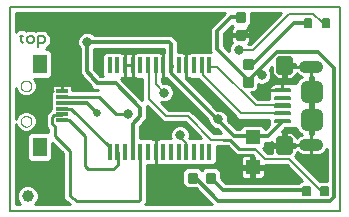
<source format=gtl>
G75*
%MOIN*%
%OFA0B0*%
%FSLAX25Y25*%
%IPPOS*%
%LPD*%
%AMOC8*
5,1,8,0,0,1.08239X$1,22.5*
%
%ADD10C,0.00800*%
%ADD11C,0.00600*%
%ADD12C,0.00875*%
%ADD13R,0.05000X0.05000*%
%ADD14R,0.01370X0.05500*%
%ADD15C,0.03937*%
%ADD16C,0.04000*%
%ADD17C,0.00787*%
%ADD18C,0.02756*%
%ADD19C,0.03740*%
%ADD20R,0.03937X0.01181*%
%ADD21R,0.05118X0.06496*%
%ADD22C,0.00750*%
%ADD23C,0.00000*%
%ADD24C,0.01000*%
%ADD25C,0.02400*%
%ADD26C,0.02578*%
%ADD27C,0.01200*%
%ADD28C,0.03200*%
D10*
X0101036Y0048333D02*
X0101036Y0116333D01*
X0211036Y0116333D01*
X0211036Y0048333D01*
X0101036Y0048333D01*
X0162036Y0059333D02*
X0162236Y0059133D01*
X0163036Y0059133D01*
X0159993Y0067940D02*
X0159836Y0068333D01*
X0159836Y0070733D01*
X0157836Y0072733D01*
X0157836Y0073533D01*
X0160406Y0079829D02*
X0168280Y0071955D01*
X0172217Y0071955D01*
X0181836Y0073133D02*
X0182036Y0072833D01*
X0182236Y0073133D01*
X0182736Y0069033D02*
X0186236Y0065533D01*
X0194236Y0065533D01*
X0204636Y0055133D01*
X0205836Y0055133D01*
X0206036Y0054833D01*
X0200036Y0054833D02*
X0199836Y0055133D01*
X0191836Y0077933D02*
X0192020Y0078215D01*
X0191986Y0080740D02*
X0192020Y0080774D01*
X0191986Y0080740D02*
X0178230Y0080740D01*
X0165436Y0093533D01*
X0165436Y0096333D01*
X0165111Y0096727D01*
X0167670Y0096727D02*
X0167836Y0096333D01*
X0170236Y0096333D01*
X0183036Y0083533D01*
X0191836Y0083533D01*
X0192020Y0083333D01*
X0170636Y0078733D02*
X0170436Y0078533D01*
X0160406Y0079829D02*
X0153266Y0079829D01*
X0147436Y0085659D01*
X0147436Y0096333D01*
X0147197Y0096727D01*
X0149756Y0096727D02*
X0149836Y0096733D01*
X0149836Y0090399D01*
X0152532Y0087703D01*
X0155036Y0093933D02*
X0155036Y0096333D01*
X0177436Y0101933D02*
X0182173Y0101933D01*
X0194173Y0113933D01*
X0202236Y0113933D01*
X0205036Y0111133D01*
X0206236Y0111133D01*
X0206536Y0110833D01*
X0200536Y0110833D02*
X0200236Y0110733D01*
X0180636Y0097533D02*
X0180536Y0097333D01*
X0180636Y0091933D02*
X0180536Y0091333D01*
X0180636Y0091533D01*
D11*
X0112814Y0104712D02*
X0112247Y0104145D01*
X0110545Y0104145D01*
X0110545Y0103011D02*
X0110545Y0106414D01*
X0112247Y0106414D01*
X0112814Y0105847D01*
X0112814Y0104712D01*
X0109131Y0104712D02*
X0109131Y0105847D01*
X0108564Y0106414D01*
X0107429Y0106414D01*
X0106862Y0105847D01*
X0106862Y0104712D01*
X0107429Y0104145D01*
X0108564Y0104145D01*
X0109131Y0104712D01*
X0105541Y0104145D02*
X0104974Y0104712D01*
X0104974Y0106981D01*
X0104407Y0106414D02*
X0105541Y0106414D01*
D12*
X0176723Y0105520D02*
X0176723Y0108146D01*
X0179349Y0108146D01*
X0179349Y0105520D01*
X0176723Y0105520D01*
X0176723Y0106351D02*
X0179349Y0106351D01*
X0179349Y0107182D02*
X0176723Y0107182D01*
X0176723Y0108013D02*
X0179349Y0108013D01*
X0176723Y0111520D02*
X0176723Y0114146D01*
X0179349Y0114146D01*
X0179349Y0111520D01*
X0176723Y0111520D01*
X0176723Y0112351D02*
X0179349Y0112351D01*
X0179349Y0113182D02*
X0176723Y0113182D01*
X0176723Y0114013D02*
X0179349Y0114013D01*
X0179223Y0098646D02*
X0179223Y0096020D01*
X0179223Y0098646D02*
X0181849Y0098646D01*
X0181849Y0096020D01*
X0179223Y0096020D01*
X0179223Y0096851D02*
X0181849Y0096851D01*
X0181849Y0097682D02*
X0179223Y0097682D01*
X0179223Y0098513D02*
X0181849Y0098513D01*
X0179223Y0092646D02*
X0179223Y0090020D01*
X0179223Y0092646D02*
X0181849Y0092646D01*
X0181849Y0090020D01*
X0179223Y0090020D01*
X0179223Y0090851D02*
X0181849Y0090851D01*
X0181849Y0091682D02*
X0179223Y0091682D01*
X0179223Y0092513D02*
X0181849Y0092513D01*
X0169349Y0060646D02*
X0166723Y0060646D01*
X0169349Y0060646D02*
X0169349Y0058020D01*
X0166723Y0058020D01*
X0166723Y0060646D01*
X0166723Y0058851D02*
X0169349Y0058851D01*
X0169349Y0059682D02*
X0166723Y0059682D01*
X0166723Y0060513D02*
X0169349Y0060513D01*
X0163349Y0060646D02*
X0160723Y0060646D01*
X0163349Y0060646D02*
X0163349Y0058020D01*
X0160723Y0058020D01*
X0160723Y0060646D01*
X0160723Y0058851D02*
X0163349Y0058851D01*
X0163349Y0059682D02*
X0160723Y0059682D01*
X0160723Y0060513D02*
X0163349Y0060513D01*
D13*
X0182036Y0062833D03*
X0182036Y0072833D03*
D14*
X0167670Y0067940D03*
X0165111Y0067940D03*
X0162552Y0067940D03*
X0159993Y0067940D03*
X0157434Y0067940D03*
X0154874Y0067940D03*
X0152315Y0067940D03*
X0149756Y0067940D03*
X0147197Y0067940D03*
X0144638Y0067940D03*
X0142079Y0067940D03*
X0139520Y0067940D03*
X0136961Y0067940D03*
X0134402Y0067940D03*
X0134402Y0096727D03*
X0136961Y0096727D03*
X0139520Y0096727D03*
X0142079Y0096727D03*
X0144638Y0096727D03*
X0147197Y0096727D03*
X0149756Y0096727D03*
X0152315Y0096727D03*
X0154874Y0096727D03*
X0157434Y0096727D03*
X0159993Y0096727D03*
X0162552Y0096727D03*
X0165111Y0096727D03*
X0167670Y0096727D03*
D15*
X0107036Y0053233D03*
D16*
X0199567Y0070341D02*
X0203567Y0070341D01*
X0203567Y0096325D02*
X0199567Y0096325D01*
D17*
X0189460Y0088845D02*
X0189460Y0088057D01*
X0189460Y0088845D02*
X0194580Y0088845D01*
X0194580Y0088057D01*
X0189460Y0088057D01*
X0189460Y0088805D02*
X0194580Y0088805D01*
X0189460Y0086286D02*
X0189460Y0085498D01*
X0189460Y0086286D02*
X0194580Y0086286D01*
X0194580Y0085498D01*
X0189460Y0085498D01*
X0189460Y0086246D02*
X0194580Y0086246D01*
X0189460Y0083727D02*
X0189460Y0082939D01*
X0189460Y0083727D02*
X0194580Y0083727D01*
X0194580Y0082939D01*
X0189460Y0082939D01*
X0189460Y0083687D02*
X0194580Y0083687D01*
X0189460Y0081168D02*
X0189460Y0080380D01*
X0189460Y0081168D02*
X0194580Y0081168D01*
X0194580Y0080380D01*
X0189460Y0080380D01*
X0189460Y0081128D02*
X0194580Y0081128D01*
X0189460Y0078609D02*
X0189460Y0077821D01*
X0189460Y0078609D02*
X0194580Y0078609D01*
X0194580Y0077821D01*
X0189460Y0077821D01*
X0189460Y0078569D02*
X0194580Y0078569D01*
D18*
X0194095Y0071719D02*
X0191339Y0071719D01*
X0194095Y0071719D02*
X0194095Y0068177D01*
X0191339Y0068177D01*
X0191339Y0071719D01*
X0191339Y0070795D02*
X0194095Y0070795D01*
X0194095Y0098490D02*
X0191339Y0098490D01*
X0194095Y0098490D02*
X0194095Y0094948D01*
X0191339Y0094948D01*
X0191339Y0098490D01*
X0191339Y0097566D02*
X0194095Y0097566D01*
D19*
X0203437Y0089928D02*
X0203437Y0086188D01*
X0199697Y0086188D01*
X0199697Y0089928D01*
X0203437Y0089928D01*
X0203437Y0089741D02*
X0199697Y0089741D01*
X0203437Y0080479D02*
X0203437Y0076739D01*
X0199697Y0076739D01*
X0199697Y0080479D01*
X0203437Y0080479D01*
X0203437Y0080292D02*
X0199697Y0080292D01*
D20*
X0118516Y0080381D03*
X0118516Y0082349D03*
X0118516Y0084318D03*
X0118516Y0086286D03*
X0118516Y0088255D03*
X0118516Y0078412D03*
D21*
X0111036Y0069455D03*
X0111036Y0097211D03*
D22*
X0199411Y0109458D02*
X0201661Y0109458D01*
X0199411Y0109458D02*
X0199411Y0112208D01*
X0201661Y0112208D01*
X0201661Y0109458D01*
X0201661Y0110170D02*
X0199411Y0110170D01*
X0199411Y0110882D02*
X0201661Y0110882D01*
X0201661Y0111594D02*
X0199411Y0111594D01*
X0205411Y0109458D02*
X0207661Y0109458D01*
X0205411Y0109458D02*
X0205411Y0112208D01*
X0207661Y0112208D01*
X0207661Y0109458D01*
X0207661Y0110170D02*
X0205411Y0110170D01*
X0205411Y0110882D02*
X0207661Y0110882D01*
X0207661Y0111594D02*
X0205411Y0111594D01*
X0204911Y0053458D02*
X0207161Y0053458D01*
X0204911Y0053458D02*
X0204911Y0056208D01*
X0207161Y0056208D01*
X0207161Y0053458D01*
X0207161Y0054170D02*
X0204911Y0054170D01*
X0204911Y0054882D02*
X0207161Y0054882D01*
X0207161Y0055594D02*
X0204911Y0055594D01*
X0201161Y0053458D02*
X0198911Y0053458D01*
X0198911Y0056208D01*
X0201161Y0056208D01*
X0201161Y0053458D01*
X0201161Y0054170D02*
X0198911Y0054170D01*
X0198911Y0054882D02*
X0201161Y0054882D01*
X0201161Y0055594D02*
X0198911Y0055594D01*
D23*
X0104795Y0078097D02*
X0104797Y0078181D01*
X0104803Y0078264D01*
X0104813Y0078347D01*
X0104827Y0078430D01*
X0104844Y0078512D01*
X0104866Y0078593D01*
X0104891Y0078672D01*
X0104920Y0078751D01*
X0104953Y0078828D01*
X0104989Y0078903D01*
X0105029Y0078977D01*
X0105072Y0079049D01*
X0105119Y0079118D01*
X0105169Y0079185D01*
X0105222Y0079250D01*
X0105278Y0079312D01*
X0105336Y0079372D01*
X0105398Y0079429D01*
X0105462Y0079482D01*
X0105529Y0079533D01*
X0105598Y0079580D01*
X0105669Y0079625D01*
X0105742Y0079665D01*
X0105817Y0079702D01*
X0105894Y0079736D01*
X0105972Y0079766D01*
X0106051Y0079792D01*
X0106132Y0079815D01*
X0106214Y0079833D01*
X0106296Y0079848D01*
X0106379Y0079859D01*
X0106462Y0079866D01*
X0106546Y0079869D01*
X0106630Y0079868D01*
X0106713Y0079863D01*
X0106797Y0079854D01*
X0106879Y0079841D01*
X0106961Y0079825D01*
X0107042Y0079804D01*
X0107123Y0079780D01*
X0107201Y0079752D01*
X0107279Y0079720D01*
X0107355Y0079684D01*
X0107429Y0079645D01*
X0107501Y0079603D01*
X0107571Y0079557D01*
X0107639Y0079508D01*
X0107704Y0079456D01*
X0107767Y0079401D01*
X0107827Y0079343D01*
X0107885Y0079282D01*
X0107939Y0079218D01*
X0107991Y0079152D01*
X0108039Y0079084D01*
X0108084Y0079013D01*
X0108125Y0078940D01*
X0108164Y0078866D01*
X0108198Y0078790D01*
X0108229Y0078712D01*
X0108256Y0078633D01*
X0108280Y0078552D01*
X0108299Y0078471D01*
X0108315Y0078389D01*
X0108327Y0078306D01*
X0108335Y0078222D01*
X0108339Y0078139D01*
X0108339Y0078055D01*
X0108335Y0077972D01*
X0108327Y0077888D01*
X0108315Y0077805D01*
X0108299Y0077723D01*
X0108280Y0077642D01*
X0108256Y0077561D01*
X0108229Y0077482D01*
X0108198Y0077404D01*
X0108164Y0077328D01*
X0108125Y0077254D01*
X0108084Y0077181D01*
X0108039Y0077110D01*
X0107991Y0077042D01*
X0107939Y0076976D01*
X0107885Y0076912D01*
X0107827Y0076851D01*
X0107767Y0076793D01*
X0107704Y0076738D01*
X0107639Y0076686D01*
X0107571Y0076637D01*
X0107501Y0076591D01*
X0107429Y0076549D01*
X0107355Y0076510D01*
X0107279Y0076474D01*
X0107201Y0076442D01*
X0107123Y0076414D01*
X0107042Y0076390D01*
X0106961Y0076369D01*
X0106879Y0076353D01*
X0106797Y0076340D01*
X0106713Y0076331D01*
X0106630Y0076326D01*
X0106546Y0076325D01*
X0106462Y0076328D01*
X0106379Y0076335D01*
X0106296Y0076346D01*
X0106214Y0076361D01*
X0106132Y0076379D01*
X0106051Y0076402D01*
X0105972Y0076428D01*
X0105894Y0076458D01*
X0105817Y0076492D01*
X0105742Y0076529D01*
X0105669Y0076569D01*
X0105598Y0076614D01*
X0105529Y0076661D01*
X0105462Y0076712D01*
X0105398Y0076765D01*
X0105336Y0076822D01*
X0105278Y0076882D01*
X0105222Y0076944D01*
X0105169Y0077009D01*
X0105119Y0077076D01*
X0105072Y0077145D01*
X0105029Y0077217D01*
X0104989Y0077291D01*
X0104953Y0077366D01*
X0104920Y0077443D01*
X0104891Y0077522D01*
X0104866Y0077601D01*
X0104844Y0077682D01*
X0104827Y0077764D01*
X0104813Y0077847D01*
X0104803Y0077930D01*
X0104797Y0078013D01*
X0104795Y0078097D01*
X0104795Y0089908D02*
X0104797Y0089992D01*
X0104803Y0090075D01*
X0104813Y0090158D01*
X0104827Y0090241D01*
X0104844Y0090323D01*
X0104866Y0090404D01*
X0104891Y0090483D01*
X0104920Y0090562D01*
X0104953Y0090639D01*
X0104989Y0090714D01*
X0105029Y0090788D01*
X0105072Y0090860D01*
X0105119Y0090929D01*
X0105169Y0090996D01*
X0105222Y0091061D01*
X0105278Y0091123D01*
X0105336Y0091183D01*
X0105398Y0091240D01*
X0105462Y0091293D01*
X0105529Y0091344D01*
X0105598Y0091391D01*
X0105669Y0091436D01*
X0105742Y0091476D01*
X0105817Y0091513D01*
X0105894Y0091547D01*
X0105972Y0091577D01*
X0106051Y0091603D01*
X0106132Y0091626D01*
X0106214Y0091644D01*
X0106296Y0091659D01*
X0106379Y0091670D01*
X0106462Y0091677D01*
X0106546Y0091680D01*
X0106630Y0091679D01*
X0106713Y0091674D01*
X0106797Y0091665D01*
X0106879Y0091652D01*
X0106961Y0091636D01*
X0107042Y0091615D01*
X0107123Y0091591D01*
X0107201Y0091563D01*
X0107279Y0091531D01*
X0107355Y0091495D01*
X0107429Y0091456D01*
X0107501Y0091414D01*
X0107571Y0091368D01*
X0107639Y0091319D01*
X0107704Y0091267D01*
X0107767Y0091212D01*
X0107827Y0091154D01*
X0107885Y0091093D01*
X0107939Y0091029D01*
X0107991Y0090963D01*
X0108039Y0090895D01*
X0108084Y0090824D01*
X0108125Y0090751D01*
X0108164Y0090677D01*
X0108198Y0090601D01*
X0108229Y0090523D01*
X0108256Y0090444D01*
X0108280Y0090363D01*
X0108299Y0090282D01*
X0108315Y0090200D01*
X0108327Y0090117D01*
X0108335Y0090033D01*
X0108339Y0089950D01*
X0108339Y0089866D01*
X0108335Y0089783D01*
X0108327Y0089699D01*
X0108315Y0089616D01*
X0108299Y0089534D01*
X0108280Y0089453D01*
X0108256Y0089372D01*
X0108229Y0089293D01*
X0108198Y0089215D01*
X0108164Y0089139D01*
X0108125Y0089065D01*
X0108084Y0088992D01*
X0108039Y0088921D01*
X0107991Y0088853D01*
X0107939Y0088787D01*
X0107885Y0088723D01*
X0107827Y0088662D01*
X0107767Y0088604D01*
X0107704Y0088549D01*
X0107639Y0088497D01*
X0107571Y0088448D01*
X0107501Y0088402D01*
X0107429Y0088360D01*
X0107355Y0088321D01*
X0107279Y0088285D01*
X0107201Y0088253D01*
X0107123Y0088225D01*
X0107042Y0088201D01*
X0106961Y0088180D01*
X0106879Y0088164D01*
X0106797Y0088151D01*
X0106713Y0088142D01*
X0106630Y0088137D01*
X0106546Y0088136D01*
X0106462Y0088139D01*
X0106379Y0088146D01*
X0106296Y0088157D01*
X0106214Y0088172D01*
X0106132Y0088190D01*
X0106051Y0088213D01*
X0105972Y0088239D01*
X0105894Y0088269D01*
X0105817Y0088303D01*
X0105742Y0088340D01*
X0105669Y0088380D01*
X0105598Y0088425D01*
X0105529Y0088472D01*
X0105462Y0088523D01*
X0105398Y0088576D01*
X0105336Y0088633D01*
X0105278Y0088693D01*
X0105222Y0088755D01*
X0105169Y0088820D01*
X0105119Y0088887D01*
X0105072Y0088956D01*
X0105029Y0089028D01*
X0104989Y0089102D01*
X0104953Y0089177D01*
X0104920Y0089254D01*
X0104891Y0089333D01*
X0104866Y0089412D01*
X0104844Y0089493D01*
X0104827Y0089575D01*
X0104813Y0089658D01*
X0104803Y0089741D01*
X0104797Y0089824D01*
X0104795Y0089908D01*
D24*
X0103136Y0089121D02*
X0103624Y0087942D01*
X0104601Y0086965D01*
X0105877Y0086436D01*
X0107258Y0086436D01*
X0108534Y0086965D01*
X0109511Y0087942D01*
X0110039Y0089218D01*
X0110039Y0090599D01*
X0109511Y0091875D01*
X0109122Y0092263D01*
X0114299Y0092263D01*
X0115295Y0093259D01*
X0115295Y0101163D01*
X0114299Y0102159D01*
X0113089Y0102159D01*
X0114247Y0103317D01*
X0114814Y0103884D01*
X0114814Y0106675D01*
X0113642Y0107847D01*
X0113075Y0108414D01*
X0109717Y0108414D01*
X0109554Y0108251D01*
X0109392Y0108414D01*
X0106601Y0108414D01*
X0106485Y0108298D01*
X0106370Y0108414D01*
X0106369Y0108414D01*
X0105802Y0108981D01*
X0104145Y0108981D01*
X0103578Y0108414D01*
X0103136Y0107971D01*
X0103136Y0114233D01*
X0172946Y0114233D01*
X0169346Y0110633D01*
X0167999Y0109286D01*
X0167999Y0101318D01*
X0168140Y0101177D01*
X0161162Y0101177D01*
X0160944Y0100959D01*
X0160875Y0100977D01*
X0159993Y0100977D01*
X0159993Y0096727D01*
X0159993Y0092477D01*
X0160875Y0092477D01*
X0160944Y0092495D01*
X0161162Y0092277D01*
X0163722Y0092277D01*
X0176130Y0079870D01*
X0177360Y0078640D01*
X0187367Y0078640D01*
X0187367Y0076954D01*
X0187486Y0076836D01*
X0186236Y0075586D01*
X0186236Y0076037D01*
X0185240Y0077033D01*
X0178832Y0077033D01*
X0177836Y0076037D01*
X0177836Y0075433D01*
X0176789Y0075433D01*
X0173936Y0078286D01*
X0173936Y0079390D01*
X0173434Y0080603D01*
X0172505Y0081531D01*
X0171292Y0082033D01*
X0170189Y0082033D01*
X0159745Y0092477D01*
X0159993Y0092477D01*
X0159993Y0096727D01*
X0159993Y0096727D01*
X0159993Y0096727D01*
X0159993Y0100977D01*
X0159110Y0100977D01*
X0159041Y0100959D01*
X0158823Y0101177D01*
X0157194Y0101177D01*
X0157194Y0104798D01*
X0155847Y0106145D01*
X0155059Y0106933D01*
X0129308Y0106933D01*
X0128811Y0107430D01*
X0127598Y0107933D01*
X0126285Y0107933D01*
X0125072Y0107430D01*
X0124144Y0106502D01*
X0123641Y0105289D01*
X0123641Y0103976D01*
X0124144Y0102763D01*
X0124641Y0102266D01*
X0124641Y0094917D01*
X0124550Y0094097D01*
X0124641Y0093983D01*
X0124641Y0093837D01*
X0125225Y0093254D01*
X0127791Y0090046D01*
X0127791Y0089900D01*
X0128375Y0089317D01*
X0128890Y0088672D01*
X0129035Y0088656D01*
X0129138Y0088553D01*
X0129964Y0088553D01*
X0130566Y0088486D01*
X0121985Y0088486D01*
X0121985Y0089043D01*
X0121882Y0089424D01*
X0121685Y0089766D01*
X0121406Y0090045D01*
X0121064Y0090243D01*
X0120682Y0090345D01*
X0118516Y0090345D01*
X0116350Y0090345D01*
X0115969Y0090243D01*
X0115627Y0090045D01*
X0115347Y0089766D01*
X0115150Y0089424D01*
X0115048Y0089043D01*
X0115048Y0088255D01*
X0115522Y0088255D01*
X0115521Y0088255D01*
X0115048Y0088255D01*
X0115048Y0087781D01*
X0114848Y0087581D01*
X0114848Y0082252D01*
X0113809Y0081214D01*
X0113048Y0080452D01*
X0113048Y0076372D01*
X0113836Y0075584D01*
X0113836Y0074403D01*
X0107773Y0074403D01*
X0106777Y0073408D01*
X0106777Y0065503D01*
X0107773Y0064507D01*
X0114299Y0064507D01*
X0115295Y0065503D01*
X0115295Y0070963D01*
X0118836Y0067422D01*
X0118836Y0054092D01*
X0118742Y0053973D01*
X0118836Y0053200D01*
X0118836Y0052422D01*
X0118944Y0052314D01*
X0118962Y0052163D01*
X0119574Y0051684D01*
X0120125Y0051133D01*
X0120277Y0051133D01*
X0121170Y0050433D01*
X0109424Y0050433D01*
X0110146Y0051155D01*
X0110704Y0052504D01*
X0110704Y0053963D01*
X0110146Y0055311D01*
X0109114Y0056343D01*
X0107766Y0056902D01*
X0106306Y0056902D01*
X0104958Y0056343D01*
X0103926Y0055311D01*
X0103367Y0053963D01*
X0103367Y0052504D01*
X0103926Y0051155D01*
X0104648Y0050433D01*
X0103136Y0050433D01*
X0103136Y0077310D01*
X0103624Y0076131D01*
X0104601Y0075154D01*
X0105877Y0074625D01*
X0107258Y0074625D01*
X0108534Y0075154D01*
X0109511Y0076131D01*
X0110039Y0077407D01*
X0110039Y0078788D01*
X0109511Y0080064D01*
X0108534Y0081040D01*
X0107258Y0081569D01*
X0105877Y0081569D01*
X0104601Y0081040D01*
X0103624Y0080064D01*
X0103136Y0078885D01*
X0103136Y0089121D01*
X0103136Y0088274D02*
X0103487Y0088274D01*
X0103136Y0087275D02*
X0104291Y0087275D01*
X0103136Y0086277D02*
X0114848Y0086277D01*
X0114848Y0087275D02*
X0108844Y0087275D01*
X0109648Y0088274D02*
X0115048Y0088274D01*
X0115109Y0089272D02*
X0110039Y0089272D01*
X0110039Y0090271D02*
X0116073Y0090271D01*
X0118516Y0090271D02*
X0118516Y0090271D01*
X0118516Y0090345D02*
X0118516Y0088577D01*
X0118516Y0088577D01*
X0118516Y0090345D01*
X0118516Y0089272D02*
X0118516Y0089272D01*
X0120960Y0090271D02*
X0127611Y0090271D01*
X0126813Y0091269D02*
X0109761Y0091269D01*
X0114304Y0092268D02*
X0126014Y0092268D01*
X0125212Y0093266D02*
X0115295Y0093266D01*
X0115295Y0094265D02*
X0124569Y0094265D01*
X0124641Y0095263D02*
X0115295Y0095263D01*
X0115295Y0096262D02*
X0124641Y0096262D01*
X0124641Y0097260D02*
X0115295Y0097260D01*
X0115295Y0098259D02*
X0124641Y0098259D01*
X0124641Y0099257D02*
X0115295Y0099257D01*
X0115295Y0100256D02*
X0124641Y0100256D01*
X0124641Y0101254D02*
X0115204Y0101254D01*
X0113183Y0102253D02*
X0124641Y0102253D01*
X0123942Y0103251D02*
X0114182Y0103251D01*
X0114814Y0104250D02*
X0123641Y0104250D01*
X0123641Y0105248D02*
X0114814Y0105248D01*
X0114814Y0106247D02*
X0124038Y0106247D01*
X0124887Y0107245D02*
X0114243Y0107245D01*
X0113245Y0108244D02*
X0167999Y0108244D01*
X0167999Y0107245D02*
X0128995Y0107245D01*
X0129308Y0102333D02*
X0152594Y0102333D01*
X0152594Y0100977D01*
X0152315Y0100977D01*
X0151433Y0100977D01*
X0151364Y0100959D01*
X0151146Y0101177D01*
X0143249Y0101177D01*
X0143031Y0100959D01*
X0142962Y0100977D01*
X0142079Y0100977D01*
X0141197Y0100977D01*
X0140815Y0100875D01*
X0140800Y0100866D01*
X0140784Y0100875D01*
X0140403Y0100977D01*
X0139520Y0100977D01*
X0138638Y0100977D01*
X0138569Y0100959D01*
X0138350Y0101177D01*
X0133013Y0101177D01*
X0132017Y0100181D01*
X0132017Y0093273D01*
X0132137Y0093153D01*
X0131196Y0093153D01*
X0129241Y0095597D01*
X0129241Y0102266D01*
X0129308Y0102333D01*
X0129241Y0102253D02*
X0152594Y0102253D01*
X0152594Y0101254D02*
X0129241Y0101254D01*
X0129241Y0100256D02*
X0132092Y0100256D01*
X0132017Y0099257D02*
X0129241Y0099257D01*
X0129241Y0098259D02*
X0132017Y0098259D01*
X0132017Y0097260D02*
X0129241Y0097260D01*
X0129241Y0096262D02*
X0132017Y0096262D01*
X0132017Y0095263D02*
X0129508Y0095263D01*
X0130307Y0094265D02*
X0132017Y0094265D01*
X0132024Y0093266D02*
X0131106Y0093266D01*
X0138219Y0092277D02*
X0138350Y0092277D01*
X0138569Y0092495D01*
X0138638Y0092477D01*
X0139520Y0092477D01*
X0139520Y0096727D01*
X0139520Y0096727D01*
X0139520Y0100977D01*
X0139520Y0096727D01*
X0139520Y0096727D01*
X0139520Y0092477D01*
X0140403Y0092477D01*
X0140784Y0092579D01*
X0140800Y0092588D01*
X0140815Y0092579D01*
X0141197Y0092477D01*
X0142079Y0092477D01*
X0142079Y0096727D01*
X0139894Y0096727D01*
X0139520Y0096727D01*
X0142079Y0096727D01*
X0142079Y0096727D01*
X0142079Y0096727D01*
X0142079Y0100977D01*
X0142079Y0096727D01*
X0142079Y0096727D01*
X0142079Y0092477D01*
X0142962Y0092477D01*
X0143031Y0092495D01*
X0143249Y0092277D01*
X0145336Y0092277D01*
X0145336Y0085160D01*
X0138690Y0091806D01*
X0138219Y0092277D01*
X0138228Y0092268D02*
X0145336Y0092268D01*
X0145336Y0091269D02*
X0139227Y0091269D01*
X0138690Y0091806D02*
X0138690Y0091806D01*
X0140225Y0090271D02*
X0145336Y0090271D01*
X0145336Y0089272D02*
X0141224Y0089272D01*
X0142222Y0088274D02*
X0145336Y0088274D01*
X0145336Y0087275D02*
X0143221Y0087275D01*
X0144219Y0086277D02*
X0145336Y0086277D01*
X0145336Y0085278D02*
X0145218Y0085278D01*
X0146958Y0083167D02*
X0151166Y0078960D01*
X0152396Y0077729D01*
X0159536Y0077729D01*
X0164876Y0072390D01*
X0161149Y0072390D01*
X0160997Y0072542D01*
X0161136Y0072877D01*
X0161136Y0074190D01*
X0160634Y0075403D01*
X0159705Y0076331D01*
X0158492Y0076833D01*
X0157179Y0076833D01*
X0155967Y0076331D01*
X0155038Y0075403D01*
X0154536Y0074190D01*
X0154536Y0072877D01*
X0154738Y0072390D01*
X0150926Y0072390D01*
X0150708Y0072171D01*
X0150639Y0072190D01*
X0149756Y0072190D01*
X0148874Y0072190D01*
X0148805Y0072171D01*
X0148587Y0072390D01*
X0144379Y0072390D01*
X0144379Y0076298D01*
X0145611Y0077529D01*
X0146958Y0078877D01*
X0146958Y0083167D01*
X0146958Y0082283D02*
X0147843Y0082283D01*
X0146958Y0081284D02*
X0148841Y0081284D01*
X0149840Y0080286D02*
X0146958Y0080286D01*
X0146958Y0079287D02*
X0150838Y0079287D01*
X0151837Y0078289D02*
X0146370Y0078289D01*
X0145611Y0077529D02*
X0145611Y0077529D01*
X0145371Y0077290D02*
X0159975Y0077290D01*
X0159744Y0076292D02*
X0160974Y0076292D01*
X0160679Y0075293D02*
X0161972Y0075293D01*
X0161092Y0074295D02*
X0162971Y0074295D01*
X0163969Y0073296D02*
X0161136Y0073296D01*
X0155927Y0076292D02*
X0144379Y0076292D01*
X0144379Y0075293D02*
X0154993Y0075293D01*
X0154579Y0074295D02*
X0144379Y0074295D01*
X0144379Y0073296D02*
X0154536Y0073296D01*
X0150834Y0072298D02*
X0148679Y0072298D01*
X0149756Y0072190D02*
X0149756Y0067940D01*
X0149756Y0067940D01*
X0149756Y0072190D01*
X0149756Y0071299D02*
X0149756Y0071299D01*
X0149756Y0070301D02*
X0149756Y0070301D01*
X0149756Y0069302D02*
X0149756Y0069302D01*
X0149756Y0068304D02*
X0149756Y0068304D01*
X0149756Y0067939D02*
X0149756Y0063690D01*
X0149756Y0067939D01*
X0149756Y0067939D01*
X0149756Y0067305D02*
X0149756Y0067305D01*
X0149756Y0066307D02*
X0149756Y0066307D01*
X0149756Y0065308D02*
X0149756Y0065308D01*
X0149756Y0064310D02*
X0149756Y0064310D01*
X0149756Y0063690D02*
X0148874Y0063690D01*
X0148805Y0063708D01*
X0148587Y0063490D01*
X0146838Y0063490D01*
X0146838Y0053201D01*
X0146858Y0053182D01*
X0146858Y0052627D01*
X0147033Y0052102D01*
X0146858Y0051751D01*
X0146858Y0051359D01*
X0146466Y0050967D01*
X0146464Y0050964D01*
X0146464Y0050572D01*
X0146326Y0050433D01*
X0168483Y0050433D01*
X0168336Y0050581D01*
X0163033Y0055883D01*
X0159838Y0055883D01*
X0158586Y0057135D01*
X0158586Y0061531D01*
X0159838Y0062783D01*
X0164234Y0062783D01*
X0165036Y0061981D01*
X0165838Y0062783D01*
X0170234Y0062783D01*
X0171486Y0061531D01*
X0171486Y0059136D01*
X0173189Y0057433D01*
X0197201Y0057433D01*
X0198051Y0058283D01*
X0198516Y0058283D01*
X0193366Y0063433D01*
X0186036Y0063433D01*
X0186036Y0063333D01*
X0182536Y0063333D01*
X0182536Y0062333D01*
X0182536Y0058833D01*
X0184733Y0058833D01*
X0185115Y0058936D01*
X0185457Y0059133D01*
X0185736Y0059412D01*
X0185934Y0059754D01*
X0186036Y0060136D01*
X0186036Y0062333D01*
X0182536Y0062333D01*
X0181536Y0062333D01*
X0181536Y0058833D01*
X0179338Y0058833D01*
X0178957Y0058936D01*
X0178615Y0059133D01*
X0178336Y0059412D01*
X0178138Y0059754D01*
X0178036Y0060136D01*
X0178036Y0062333D01*
X0181536Y0062333D01*
X0181536Y0063333D01*
X0178036Y0063333D01*
X0178036Y0065531D01*
X0178138Y0065912D01*
X0178336Y0066254D01*
X0178615Y0066534D01*
X0178957Y0066731D01*
X0179338Y0066833D01*
X0181536Y0066833D01*
X0181536Y0063333D01*
X0182536Y0063333D01*
X0182536Y0066264D01*
X0181966Y0066833D01*
X0176620Y0066833D01*
X0173698Y0069755D01*
X0171306Y0069755D01*
X0171206Y0069855D01*
X0170055Y0069855D01*
X0170055Y0064485D01*
X0169059Y0063490D01*
X0150926Y0063490D01*
X0150708Y0063708D01*
X0150639Y0063690D01*
X0149756Y0063690D01*
X0146838Y0063311D02*
X0181536Y0063311D01*
X0181536Y0062312D02*
X0182536Y0062312D01*
X0182536Y0061314D02*
X0181536Y0061314D01*
X0181536Y0060315D02*
X0182536Y0060315D01*
X0182536Y0059317D02*
X0181536Y0059317D01*
X0178431Y0059317D02*
X0171486Y0059317D01*
X0171486Y0060315D02*
X0178036Y0060315D01*
X0178036Y0061314D02*
X0171486Y0061314D01*
X0170705Y0062312D02*
X0178036Y0062312D01*
X0182536Y0063311D02*
X0193488Y0063311D01*
X0194487Y0062312D02*
X0186036Y0062312D01*
X0186036Y0061314D02*
X0195485Y0061314D01*
X0196484Y0060315D02*
X0186036Y0060315D01*
X0185641Y0059317D02*
X0197482Y0059317D01*
X0198481Y0058318D02*
X0172303Y0058318D01*
X0165367Y0062312D02*
X0164705Y0062312D01*
X0159367Y0062312D02*
X0146838Y0062312D01*
X0146838Y0061314D02*
X0158586Y0061314D01*
X0158586Y0060315D02*
X0146838Y0060315D01*
X0146838Y0059317D02*
X0158586Y0059317D01*
X0158586Y0058318D02*
X0146838Y0058318D01*
X0146838Y0057320D02*
X0158586Y0057320D01*
X0159400Y0056321D02*
X0146838Y0056321D01*
X0146838Y0055323D02*
X0163594Y0055323D01*
X0164592Y0054324D02*
X0146838Y0054324D01*
X0146838Y0053326D02*
X0165591Y0053326D01*
X0166589Y0052327D02*
X0146958Y0052327D01*
X0146828Y0051329D02*
X0167588Y0051329D01*
X0144658Y0052270D02*
X0144264Y0051483D01*
X0123398Y0051483D01*
X0121036Y0053333D01*
X0121036Y0068333D01*
X0116036Y0073333D01*
X0116036Y0076495D01*
X0115248Y0077283D01*
X0115248Y0079541D01*
X0116009Y0080303D01*
X0118438Y0080303D01*
X0118516Y0080381D01*
X0118516Y0082349D02*
X0121493Y0082349D01*
X0134402Y0069440D01*
X0134402Y0067940D01*
X0136961Y0067940D02*
X0136976Y0067939D01*
X0136990Y0067934D01*
X0137003Y0067927D01*
X0137014Y0067918D01*
X0137023Y0067907D01*
X0137030Y0067894D01*
X0137035Y0067880D01*
X0137036Y0067865D01*
X0137036Y0063664D01*
X0135642Y0062270D01*
X0127099Y0062270D01*
X0126036Y0063333D01*
X0126036Y0073333D01*
X0120957Y0078412D01*
X0118516Y0078412D01*
X0113880Y0081284D02*
X0107945Y0081284D01*
X0109288Y0080286D02*
X0113048Y0080286D01*
X0113048Y0079287D02*
X0109832Y0079287D01*
X0110039Y0078289D02*
X0113048Y0078289D01*
X0113048Y0077290D02*
X0109991Y0077290D01*
X0109577Y0076292D02*
X0113128Y0076292D01*
X0113836Y0075293D02*
X0108673Y0075293D01*
X0107664Y0074295D02*
X0103136Y0074295D01*
X0103136Y0075293D02*
X0104462Y0075293D01*
X0103558Y0076292D02*
X0103136Y0076292D01*
X0103136Y0077290D02*
X0103144Y0077290D01*
X0103136Y0079287D02*
X0103303Y0079287D01*
X0103136Y0080286D02*
X0103846Y0080286D01*
X0103136Y0081284D02*
X0105190Y0081284D01*
X0103136Y0082283D02*
X0114848Y0082283D01*
X0114848Y0083281D02*
X0103136Y0083281D01*
X0103136Y0084280D02*
X0114848Y0084280D01*
X0114848Y0085278D02*
X0103136Y0085278D01*
X0118516Y0086286D02*
X0130721Y0086286D01*
X0136537Y0080470D01*
X0140436Y0080470D01*
X0151510Y0084555D02*
X0151876Y0084403D01*
X0153188Y0084403D01*
X0154401Y0084906D01*
X0155330Y0085834D01*
X0155832Y0087047D01*
X0155832Y0088360D01*
X0155330Y0089573D01*
X0154401Y0090501D01*
X0153188Y0091003D01*
X0152202Y0091003D01*
X0151936Y0091269D01*
X0154447Y0091269D01*
X0154631Y0090271D02*
X0155446Y0090271D01*
X0155454Y0089272D02*
X0156444Y0089272D01*
X0155832Y0088274D02*
X0157443Y0088274D01*
X0158441Y0087275D02*
X0155832Y0087275D01*
X0155513Y0086277D02*
X0159440Y0086277D01*
X0160438Y0085278D02*
X0154774Y0085278D01*
X0151785Y0084280D02*
X0161437Y0084280D01*
X0162435Y0083281D02*
X0152784Y0083281D01*
X0153782Y0082283D02*
X0163434Y0082283D01*
X0164432Y0081284D02*
X0161921Y0081284D01*
X0161276Y0081929D02*
X0154136Y0081929D01*
X0151510Y0084555D01*
X0161276Y0081929D02*
X0169150Y0074055D01*
X0171206Y0074055D01*
X0171306Y0074155D01*
X0171561Y0074155D01*
X0170283Y0075433D01*
X0169979Y0075433D01*
X0168767Y0075936D01*
X0167838Y0076864D01*
X0167336Y0078077D01*
X0167336Y0078381D01*
X0153231Y0092486D01*
X0153198Y0092477D01*
X0152315Y0092477D01*
X0152315Y0096727D01*
X0152315Y0096727D01*
X0152315Y0100977D01*
X0152315Y0096727D01*
X0152315Y0096727D01*
X0152315Y0092477D01*
X0151936Y0092477D01*
X0151936Y0091269D01*
X0151936Y0092268D02*
X0153449Y0092268D01*
X0152315Y0093266D02*
X0152315Y0093266D01*
X0152315Y0094265D02*
X0152315Y0094265D01*
X0152315Y0095263D02*
X0152315Y0095263D01*
X0152315Y0096262D02*
X0152315Y0096262D01*
X0152315Y0097260D02*
X0152315Y0097260D01*
X0152315Y0098259D02*
X0152315Y0098259D01*
X0152315Y0099257D02*
X0152315Y0099257D01*
X0152315Y0100256D02*
X0152315Y0100256D01*
X0154874Y0096727D02*
X0155036Y0096727D01*
X0155036Y0096333D01*
X0154894Y0096475D01*
X0159993Y0096262D02*
X0159993Y0096262D01*
X0159993Y0097260D02*
X0159993Y0097260D01*
X0159993Y0098259D02*
X0159993Y0098259D01*
X0159993Y0099257D02*
X0159993Y0099257D01*
X0159993Y0100256D02*
X0159993Y0100256D01*
X0157194Y0101254D02*
X0168062Y0101254D01*
X0167999Y0102253D02*
X0157194Y0102253D01*
X0157194Y0103251D02*
X0167999Y0103251D01*
X0167999Y0104250D02*
X0157194Y0104250D01*
X0156744Y0105248D02*
X0167999Y0105248D01*
X0167999Y0106247D02*
X0155745Y0106247D01*
X0167999Y0109243D02*
X0103136Y0109243D01*
X0103578Y0108414D02*
X0103578Y0108414D01*
X0103409Y0108244D02*
X0103136Y0108244D01*
X0103136Y0110241D02*
X0168954Y0110241D01*
X0169952Y0111240D02*
X0103136Y0111240D01*
X0103136Y0112238D02*
X0170951Y0112238D01*
X0171949Y0113237D02*
X0103136Y0113237D01*
X0139520Y0100256D02*
X0139520Y0100256D01*
X0139520Y0099257D02*
X0139520Y0099257D01*
X0139520Y0098259D02*
X0139520Y0098259D01*
X0139520Y0097260D02*
X0139520Y0097260D01*
X0139520Y0096727D02*
X0139520Y0096727D01*
X0139520Y0096262D02*
X0139520Y0096262D01*
X0139520Y0095263D02*
X0139520Y0095263D01*
X0139520Y0094265D02*
X0139520Y0094265D01*
X0139520Y0093266D02*
X0139520Y0093266D01*
X0142079Y0093266D02*
X0142079Y0093266D01*
X0142079Y0094265D02*
X0142079Y0094265D01*
X0142079Y0095263D02*
X0142079Y0095263D01*
X0142079Y0096262D02*
X0142079Y0096262D01*
X0142079Y0097260D02*
X0142079Y0097260D01*
X0142079Y0098259D02*
X0142079Y0098259D01*
X0142079Y0099257D02*
X0142079Y0099257D01*
X0142079Y0100256D02*
X0142079Y0100256D01*
X0159993Y0095263D02*
X0159993Y0095263D01*
X0159993Y0094265D02*
X0159993Y0094265D01*
X0159993Y0093266D02*
X0159993Y0093266D01*
X0159954Y0092268D02*
X0163732Y0092268D01*
X0164730Y0091269D02*
X0160953Y0091269D01*
X0161951Y0090271D02*
X0165729Y0090271D01*
X0166727Y0089272D02*
X0162950Y0089272D01*
X0163948Y0088274D02*
X0167726Y0088274D01*
X0168724Y0087275D02*
X0164947Y0087275D01*
X0165945Y0086277D02*
X0169723Y0086277D01*
X0170721Y0085278D02*
X0166944Y0085278D01*
X0167942Y0084280D02*
X0171720Y0084280D01*
X0172718Y0083281D02*
X0168941Y0083281D01*
X0169939Y0082283D02*
X0173717Y0082283D01*
X0172752Y0081284D02*
X0174715Y0081284D01*
X0175714Y0080286D02*
X0173565Y0080286D01*
X0173936Y0079287D02*
X0176712Y0079287D01*
X0173936Y0078289D02*
X0187367Y0078289D01*
X0187367Y0077290D02*
X0174932Y0077290D01*
X0175930Y0076292D02*
X0178090Y0076292D01*
X0171422Y0074295D02*
X0168911Y0074295D01*
X0167912Y0075293D02*
X0170423Y0075293D01*
X0168411Y0076292D02*
X0166914Y0076292D01*
X0167662Y0077290D02*
X0165915Y0077290D01*
X0164917Y0078289D02*
X0167336Y0078289D01*
X0166429Y0079287D02*
X0163918Y0079287D01*
X0162920Y0080286D02*
X0165431Y0080286D01*
X0181656Y0087883D02*
X0183906Y0085633D01*
X0187367Y0085633D01*
X0187367Y0087153D01*
X0187664Y0087449D01*
X0187567Y0087808D01*
X0187567Y0088451D01*
X0192020Y0088451D01*
X0192020Y0088451D01*
X0187567Y0088451D01*
X0187567Y0089094D01*
X0187696Y0089576D01*
X0187946Y0090008D01*
X0188298Y0090360D01*
X0188730Y0090610D01*
X0189212Y0090739D01*
X0192020Y0090739D01*
X0192020Y0088452D01*
X0192020Y0088452D01*
X0192020Y0090739D01*
X0194829Y0090739D01*
X0194850Y0090733D01*
X0195056Y0090939D01*
X0196468Y0090939D01*
X0196711Y0091524D01*
X0197080Y0092076D01*
X0197549Y0092546D01*
X0198101Y0092914D01*
X0198379Y0093029D01*
X0197910Y0093224D01*
X0197336Y0093607D01*
X0196854Y0094089D01*
X0196645Y0093584D01*
X0196330Y0093113D01*
X0195930Y0092712D01*
X0195458Y0092397D01*
X0194934Y0092180D01*
X0194378Y0092070D01*
X0193217Y0092070D01*
X0193217Y0096219D01*
X0192217Y0096219D01*
X0192217Y0092070D01*
X0191056Y0092070D01*
X0190500Y0092180D01*
X0189976Y0092397D01*
X0189504Y0092712D01*
X0189104Y0093113D01*
X0188789Y0093584D01*
X0188572Y0094108D01*
X0188461Y0094664D01*
X0188461Y0096106D01*
X0187796Y0095440D01*
X0187834Y0095403D01*
X0188336Y0094190D01*
X0188336Y0092877D01*
X0187834Y0091664D01*
X0186905Y0090736D01*
X0185692Y0090233D01*
X0184379Y0090233D01*
X0183986Y0090396D01*
X0183986Y0089135D01*
X0182734Y0087883D01*
X0181656Y0087883D01*
X0182264Y0087275D02*
X0187489Y0087275D01*
X0187567Y0088274D02*
X0183124Y0088274D01*
X0183986Y0089272D02*
X0187615Y0089272D01*
X0188209Y0090271D02*
X0185783Y0090271D01*
X0184289Y0090271D02*
X0183986Y0090271D01*
X0187439Y0091269D02*
X0196605Y0091269D01*
X0197271Y0092268D02*
X0195146Y0092268D01*
X0196433Y0093266D02*
X0197846Y0093266D01*
X0201067Y0092825D02*
X0201067Y0088558D01*
X0202067Y0088558D01*
X0202067Y0092825D01*
X0201567Y0092825D01*
X0201567Y0096325D01*
X0201567Y0096325D01*
X0196067Y0096325D01*
X0196067Y0096219D01*
X0193217Y0096219D01*
X0193217Y0097219D01*
X0196177Y0097219D01*
X0196067Y0096670D01*
X0196067Y0096326D01*
X0201567Y0096326D01*
X0201567Y0096325D01*
X0201567Y0092825D01*
X0201067Y0092825D01*
X0201067Y0092268D02*
X0202067Y0092268D01*
X0202067Y0091269D02*
X0201067Y0091269D01*
X0201067Y0090271D02*
X0202067Y0090271D01*
X0202067Y0089272D02*
X0201067Y0089272D01*
X0201067Y0087558D02*
X0202067Y0087558D01*
X0202067Y0082818D01*
X0202067Y0079109D01*
X0201067Y0079109D01*
X0201067Y0087558D01*
X0201067Y0087275D02*
X0202067Y0087275D01*
X0202067Y0086277D02*
X0201067Y0086277D01*
X0201067Y0085278D02*
X0202067Y0085278D01*
X0202067Y0084280D02*
X0201067Y0084280D01*
X0201067Y0083281D02*
X0202067Y0083281D01*
X0202067Y0082283D02*
X0201067Y0082283D01*
X0201067Y0081284D02*
X0202067Y0081284D01*
X0202067Y0080286D02*
X0201067Y0080286D01*
X0201067Y0079287D02*
X0202067Y0079287D01*
X0202067Y0078109D02*
X0202067Y0073841D01*
X0201567Y0073841D01*
X0201067Y0073841D01*
X0201067Y0078109D01*
X0202067Y0078109D01*
X0202067Y0077290D02*
X0201067Y0077290D01*
X0201067Y0076292D02*
X0202067Y0076292D01*
X0202067Y0075293D02*
X0201067Y0075293D01*
X0201067Y0074295D02*
X0202067Y0074295D01*
X0201567Y0073841D02*
X0201567Y0070341D01*
X0196067Y0070341D01*
X0196067Y0069996D01*
X0196177Y0069448D01*
X0193217Y0069448D01*
X0193217Y0070447D01*
X0196067Y0070447D01*
X0196067Y0070341D01*
X0201567Y0070341D01*
X0201567Y0070341D01*
X0201567Y0070341D01*
X0201567Y0066841D01*
X0199223Y0066841D01*
X0198546Y0066976D01*
X0197910Y0067240D01*
X0197336Y0067623D01*
X0196973Y0067986D01*
X0196973Y0067892D01*
X0196862Y0067336D01*
X0196645Y0066813D01*
X0196357Y0066382D01*
X0204456Y0058283D01*
X0206736Y0058283D01*
X0206736Y0068845D01*
X0206669Y0068683D01*
X0206286Y0068110D01*
X0205799Y0067623D01*
X0205225Y0067240D01*
X0204588Y0066976D01*
X0203912Y0066841D01*
X0201567Y0066841D01*
X0201567Y0070341D01*
X0201567Y0073841D01*
X0201567Y0073296D02*
X0201567Y0073296D01*
X0201567Y0072298D02*
X0201567Y0072298D01*
X0201567Y0071299D02*
X0201567Y0071299D01*
X0201567Y0070341D02*
X0201567Y0070341D01*
X0201567Y0070301D02*
X0201567Y0070301D01*
X0201567Y0069302D02*
X0201567Y0069302D01*
X0201567Y0068304D02*
X0201567Y0068304D01*
X0201567Y0067305D02*
X0201567Y0067305D01*
X0197812Y0067305D02*
X0196849Y0067305D01*
X0196433Y0066307D02*
X0206736Y0066307D01*
X0206736Y0067305D02*
X0205323Y0067305D01*
X0206415Y0068304D02*
X0206736Y0068304D01*
X0206736Y0065308D02*
X0197431Y0065308D01*
X0198430Y0064310D02*
X0206736Y0064310D01*
X0206736Y0063311D02*
X0199428Y0063311D01*
X0200427Y0062312D02*
X0206736Y0062312D01*
X0206736Y0061314D02*
X0201425Y0061314D01*
X0202424Y0060315D02*
X0206736Y0060315D01*
X0206736Y0059317D02*
X0203422Y0059317D01*
X0204421Y0058318D02*
X0206736Y0058318D01*
X0182536Y0064310D02*
X0181536Y0064310D01*
X0181536Y0065308D02*
X0182536Y0065308D01*
X0182493Y0066307D02*
X0181536Y0066307D01*
X0178388Y0066307D02*
X0170055Y0066307D01*
X0170055Y0067305D02*
X0176149Y0067305D01*
X0175150Y0068304D02*
X0170055Y0068304D01*
X0170055Y0069302D02*
X0174152Y0069302D01*
X0174610Y0071955D02*
X0177532Y0069033D01*
X0182736Y0069033D01*
X0185673Y0069066D02*
X0187106Y0067633D01*
X0188513Y0067633D01*
X0188461Y0067892D01*
X0188461Y0069448D01*
X0192217Y0069448D01*
X0192217Y0070447D01*
X0188461Y0070447D01*
X0188461Y0071306D01*
X0187989Y0070833D01*
X0186236Y0070833D01*
X0186236Y0069629D01*
X0185673Y0069066D01*
X0185909Y0069302D02*
X0188461Y0069302D01*
X0188461Y0068304D02*
X0186436Y0068304D01*
X0186236Y0070301D02*
X0192217Y0070301D01*
X0192217Y0070448D02*
X0192217Y0074597D01*
X0191752Y0074597D01*
X0192883Y0075728D01*
X0195446Y0075728D01*
X0196468Y0075728D01*
X0196711Y0075143D01*
X0197080Y0074591D01*
X0197549Y0074121D01*
X0198101Y0073752D01*
X0198379Y0073637D01*
X0197910Y0073443D01*
X0197336Y0073060D01*
X0196854Y0072578D01*
X0196645Y0073082D01*
X0196330Y0073554D01*
X0195930Y0073955D01*
X0195458Y0074270D01*
X0194934Y0074487D01*
X0194378Y0074597D01*
X0193217Y0074597D01*
X0193217Y0070448D01*
X0192217Y0070448D01*
X0192217Y0071299D02*
X0193217Y0071299D01*
X0193217Y0070301D02*
X0196067Y0070301D01*
X0193217Y0072298D02*
X0192217Y0072298D01*
X0192217Y0073296D02*
X0193217Y0073296D01*
X0193217Y0074295D02*
X0192217Y0074295D01*
X0192448Y0075293D02*
X0196648Y0075293D01*
X0197376Y0074295D02*
X0195398Y0074295D01*
X0196503Y0073296D02*
X0197690Y0073296D01*
X0188461Y0071299D02*
X0188454Y0071299D01*
X0186942Y0076292D02*
X0185982Y0076292D01*
X0174610Y0071955D02*
X0172217Y0071955D01*
X0170055Y0065308D02*
X0178036Y0065308D01*
X0178036Y0064310D02*
X0169879Y0064310D01*
X0144638Y0067940D02*
X0144638Y0052290D01*
X0144658Y0052270D01*
X0119929Y0051329D02*
X0110218Y0051329D01*
X0110631Y0052327D02*
X0118931Y0052327D01*
X0118821Y0053326D02*
X0110704Y0053326D01*
X0110555Y0054324D02*
X0118836Y0054324D01*
X0118836Y0055323D02*
X0110134Y0055323D01*
X0109136Y0056321D02*
X0118836Y0056321D01*
X0118836Y0057320D02*
X0103136Y0057320D01*
X0103136Y0058318D02*
X0118836Y0058318D01*
X0118836Y0059317D02*
X0103136Y0059317D01*
X0103136Y0060315D02*
X0118836Y0060315D01*
X0118836Y0061314D02*
X0103136Y0061314D01*
X0103136Y0062312D02*
X0118836Y0062312D01*
X0118836Y0063311D02*
X0103136Y0063311D01*
X0103136Y0064310D02*
X0118836Y0064310D01*
X0118836Y0065308D02*
X0115100Y0065308D01*
X0115295Y0066307D02*
X0118836Y0066307D01*
X0118836Y0067305D02*
X0115295Y0067305D01*
X0115295Y0068304D02*
X0117954Y0068304D01*
X0116956Y0069302D02*
X0115295Y0069302D01*
X0115295Y0070301D02*
X0115957Y0070301D01*
X0106777Y0070301D02*
X0103136Y0070301D01*
X0103136Y0071299D02*
X0106777Y0071299D01*
X0106777Y0072298D02*
X0103136Y0072298D01*
X0103136Y0073296D02*
X0106777Y0073296D01*
X0106777Y0069302D02*
X0103136Y0069302D01*
X0103136Y0068304D02*
X0106777Y0068304D01*
X0106777Y0067305D02*
X0103136Y0067305D01*
X0103136Y0066307D02*
X0106777Y0066307D01*
X0106972Y0065308D02*
X0103136Y0065308D01*
X0103136Y0056321D02*
X0104936Y0056321D01*
X0103937Y0055323D02*
X0103136Y0055323D01*
X0103136Y0054324D02*
X0103517Y0054324D01*
X0103367Y0053326D02*
X0103136Y0053326D01*
X0103136Y0052327D02*
X0103440Y0052327D01*
X0103136Y0051329D02*
X0103854Y0051329D01*
X0183262Y0086277D02*
X0187367Y0086277D01*
X0192020Y0089272D02*
X0192020Y0089272D01*
X0192020Y0090271D02*
X0192020Y0090271D01*
X0192217Y0092268D02*
X0193217Y0092268D01*
X0193217Y0093266D02*
X0192217Y0093266D01*
X0192217Y0094265D02*
X0193217Y0094265D01*
X0193217Y0095263D02*
X0192217Y0095263D01*
X0193217Y0096262D02*
X0196067Y0096262D01*
X0201567Y0096262D02*
X0201567Y0096262D01*
X0201567Y0095263D02*
X0201567Y0095263D01*
X0201567Y0094265D02*
X0201567Y0094265D01*
X0201567Y0093266D02*
X0201567Y0093266D01*
X0190288Y0092268D02*
X0188084Y0092268D01*
X0188336Y0093266D02*
X0189001Y0093266D01*
X0188541Y0094265D02*
X0188305Y0094265D01*
X0188461Y0095263D02*
X0187891Y0095263D01*
X0174136Y0101686D02*
X0172599Y0103223D01*
X0172599Y0107381D01*
X0175220Y0110002D01*
X0175529Y0109692D01*
X0175173Y0109335D01*
X0174918Y0108894D01*
X0174786Y0108401D01*
X0174786Y0107208D01*
X0177661Y0107208D01*
X0177661Y0106458D01*
X0174786Y0106458D01*
X0174786Y0105266D01*
X0174918Y0104773D01*
X0175171Y0104335D01*
X0174638Y0103803D01*
X0174136Y0102590D01*
X0174136Y0101686D01*
X0174136Y0102253D02*
X0173569Y0102253D01*
X0174410Y0103251D02*
X0172599Y0103251D01*
X0172599Y0104250D02*
X0175086Y0104250D01*
X0174791Y0105248D02*
X0172599Y0105248D01*
X0172599Y0106247D02*
X0174786Y0106247D01*
X0174786Y0107245D02*
X0172599Y0107245D01*
X0173462Y0108244D02*
X0174786Y0108244D01*
X0174461Y0109243D02*
X0175119Y0109243D01*
X0180542Y0109692D02*
X0181486Y0110635D01*
X0181486Y0114233D01*
X0191503Y0114233D01*
X0181303Y0104033D01*
X0180601Y0104033D01*
X0180899Y0104331D01*
X0181154Y0104773D01*
X0181286Y0105266D01*
X0181286Y0106458D01*
X0178411Y0106458D01*
X0178411Y0107208D01*
X0181286Y0107208D01*
X0181286Y0108401D01*
X0181154Y0108894D01*
X0180899Y0109335D01*
X0180542Y0109692D01*
X0180952Y0109243D02*
X0186512Y0109243D01*
X0187511Y0110241D02*
X0181091Y0110241D01*
X0181486Y0111240D02*
X0188509Y0111240D01*
X0189508Y0112238D02*
X0181486Y0112238D01*
X0181486Y0113237D02*
X0190506Y0113237D01*
X0185514Y0108244D02*
X0181286Y0108244D01*
X0181286Y0107245D02*
X0184515Y0107245D01*
X0183517Y0106247D02*
X0181286Y0106247D01*
X0181281Y0105248D02*
X0182518Y0105248D01*
X0181520Y0104250D02*
X0180818Y0104250D01*
X0178036Y0106833D02*
X0178086Y0107133D01*
X0178217Y0107133D01*
X0178217Y0107133D01*
X0128410Y0089272D02*
X0121923Y0089272D01*
D25*
X0183554Y0112470D03*
D26*
X0163949Y0105026D03*
X0142689Y0090459D03*
X0130091Y0081010D03*
X0191902Y0060144D03*
D27*
X0199836Y0055133D02*
X0172236Y0055133D01*
X0168036Y0059333D01*
X0163036Y0059133D02*
X0170636Y0051533D01*
X0207836Y0051533D01*
X0209036Y0052733D01*
X0209036Y0095933D01*
X0203836Y0101133D01*
X0190236Y0101133D01*
X0183836Y0094733D01*
X0185036Y0093533D01*
X0183836Y0094733D02*
X0180636Y0091533D01*
X0180636Y0091933D02*
X0170299Y0102270D01*
X0170299Y0108333D01*
X0174799Y0112833D01*
X0178036Y0112833D01*
X0183554Y0112470D02*
X0184028Y0111997D01*
X0178865Y0106833D01*
X0178036Y0106833D01*
X0184028Y0111325D02*
X0184028Y0111997D01*
X0195861Y0110733D02*
X0200236Y0110733D01*
X0195861Y0110733D02*
X0182661Y0097533D01*
X0180636Y0097533D01*
X0170436Y0078533D02*
X0155036Y0093933D01*
X0154894Y0096475D02*
X0154894Y0103845D01*
X0154107Y0104633D01*
X0126941Y0104633D01*
X0126941Y0094790D01*
X0130091Y0090853D01*
X0136390Y0090853D01*
X0144658Y0082585D01*
X0144658Y0079829D01*
X0142079Y0077251D01*
X0142079Y0067940D01*
X0170436Y0078533D02*
X0175836Y0073133D01*
X0181836Y0073133D01*
X0182236Y0073133D02*
X0187036Y0073133D01*
X0191836Y0077933D01*
X0130091Y0081010D02*
X0126934Y0084168D01*
X0126784Y0084318D01*
X0126731Y0084318D01*
X0118516Y0084318D01*
D28*
X0140436Y0080470D03*
X0152532Y0087703D03*
X0170636Y0078733D03*
X0157836Y0073533D03*
X0185036Y0093533D03*
X0177436Y0101933D03*
X0126941Y0104633D03*
M02*

</source>
